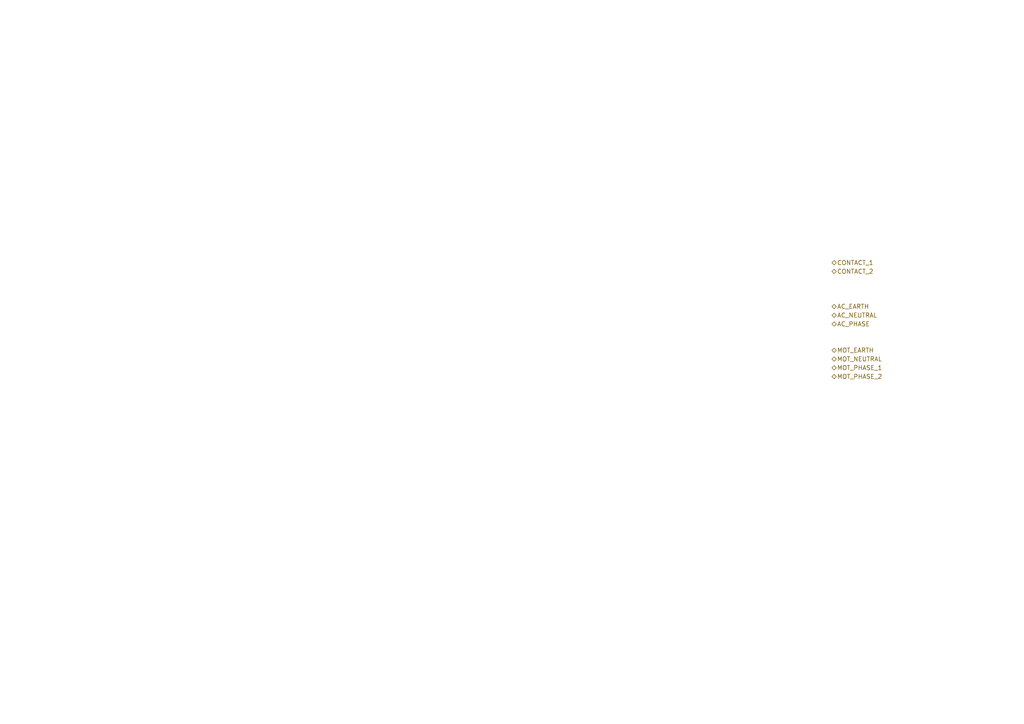
<source format=kicad_sch>
(kicad_sch
	(version 20231120)
	(generator "eeschema")
	(generator_version "8.0")
	(uuid "74bcab07-0059-4866-8d30-dd2933051a6c")
	(paper "A4")
	(lib_symbols)
	(hierarchical_label "CONTACT_1"
		(shape bidirectional)
		(at 241.3 76.2 0)
		(effects
			(font
				(size 1.27 1.27)
			)
			(justify left)
		)
		(uuid "262e7d67-0b61-409e-bbac-b201ca6a9b9b")
	)
	(hierarchical_label "CONTACT_2"
		(shape bidirectional)
		(at 241.3 78.74 0)
		(effects
			(font
				(size 1.27 1.27)
			)
			(justify left)
		)
		(uuid "4491b6a4-bad7-47b4-8c43-5e1193f409b5")
	)
	(hierarchical_label "MOT_EARTH"
		(shape bidirectional)
		(at 241.3 101.6 0)
		(effects
			(font
				(size 1.27 1.27)
			)
			(justify left)
		)
		(uuid "45ec5773-8d2d-4a39-ab09-93e944e5f5cf")
	)
	(hierarchical_label "MOT_PHASE_2"
		(shape bidirectional)
		(at 241.3 109.22 0)
		(effects
			(font
				(size 1.27 1.27)
			)
			(justify left)
		)
		(uuid "609b513c-43ad-46c7-a3f3-b29d4b88dce1")
	)
	(hierarchical_label "AC_EARTH"
		(shape bidirectional)
		(at 241.3 88.9 0)
		(effects
			(font
				(size 1.27 1.27)
			)
			(justify left)
		)
		(uuid "71abd720-aff4-4b36-96ac-d1a48ad691b7")
	)
	(hierarchical_label "MOT_PHASE_1"
		(shape bidirectional)
		(at 241.3 106.68 0)
		(effects
			(font
				(size 1.27 1.27)
			)
			(justify left)
		)
		(uuid "92dd3e5a-6f8d-4829-b526-63b0dfa6092a")
	)
	(hierarchical_label "AC_NEUTRAL"
		(shape bidirectional)
		(at 241.3 91.44 0)
		(effects
			(font
				(size 1.27 1.27)
			)
			(justify left)
		)
		(uuid "ac8beb72-30aa-48d4-81ff-2ac53624e394")
	)
	(hierarchical_label "AC_PHASE"
		(shape bidirectional)
		(at 241.3 93.98 0)
		(effects
			(font
				(size 1.27 1.27)
			)
			(justify left)
		)
		(uuid "af46b3b6-e085-4fee-ba5f-751367865b8c")
	)
	(hierarchical_label "MOT_NEUTRAL"
		(shape bidirectional)
		(at 241.3 104.14 0)
		(effects
			(font
				(size 1.27 1.27)
			)
			(justify left)
		)
		(uuid "b2345f23-bf38-46ed-8d0a-dc732dbc223b")
	)
)

</source>
